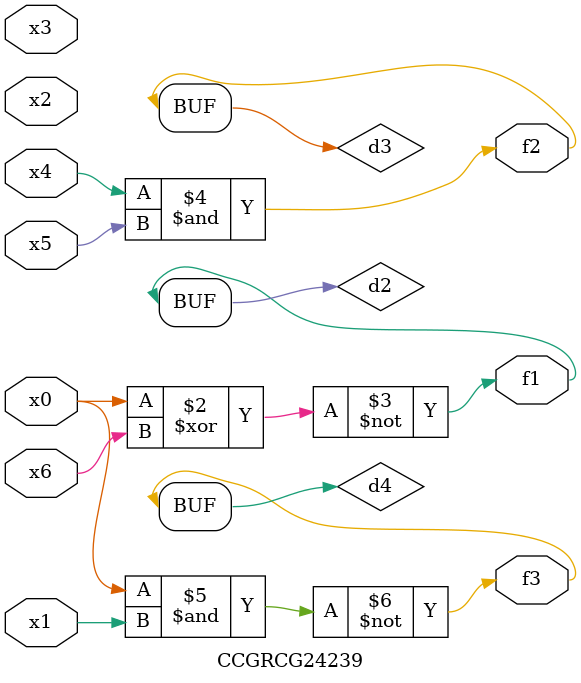
<source format=v>
module CCGRCG24239(
	input x0, x1, x2, x3, x4, x5, x6,
	output f1, f2, f3
);

	wire d1, d2, d3, d4;

	nor (d1, x0);
	xnor (d2, x0, x6);
	and (d3, x4, x5);
	nand (d4, x0, x1);
	assign f1 = d2;
	assign f2 = d3;
	assign f3 = d4;
endmodule

</source>
